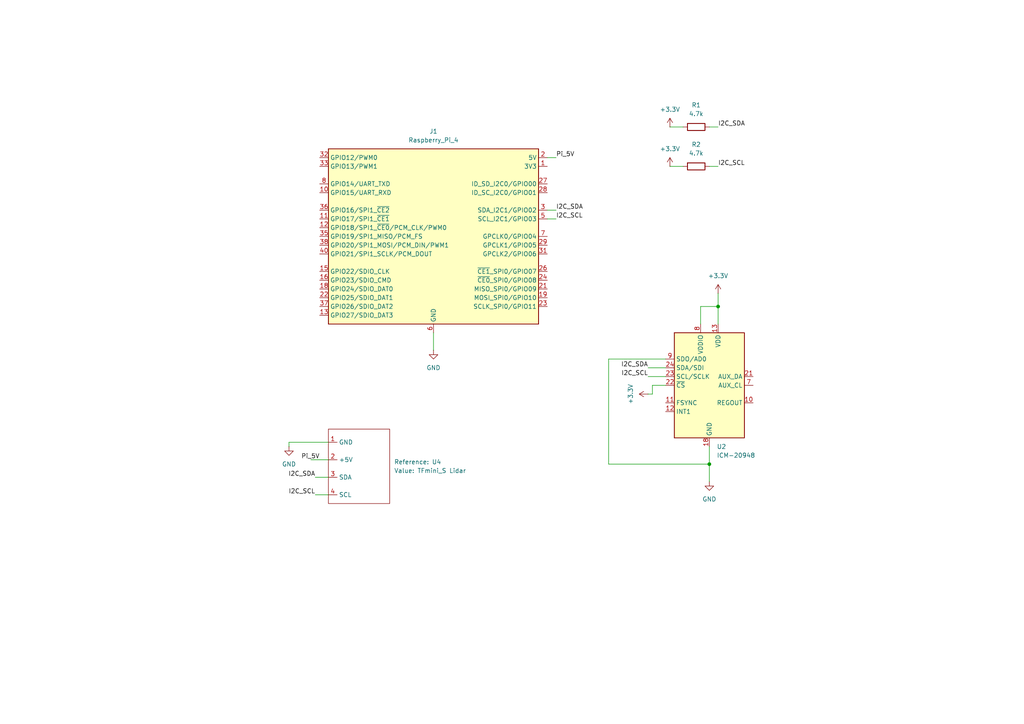
<source format=kicad_sch>
(kicad_sch (version 20250114) (generator "eeschema") (generator_version "9.0")
  (paper "A4")
  (title_block (title "SAVI I2C Sensor Bus (Pi + LiDAR + ICM-20948)"))
  (lib_symbols
    (symbol "Connector:Raspberry_Pi_4"
      (property "Reference" "J" (at -17.526 48.768 0))
      (property "Value" "Raspberry_Pi_4" (at 15.748 -26.416 0))
      (symbol "Raspberry_Pi_4_0_1"
        (rectangle (start -30.48 25.4) (end 30.48 -25.4) (stroke (width 0.254)) (fill (type background)))
      )
      (symbol "Raspberry_Pi_4_1_1"
        (pin bidirectional line (at -33.02 22.86 0) (length 2.54) (name "GPIO12/PWM0") (number "32"))
        (pin bidirectional line (at -33.02 20.32 0) (length 2.54) (name "GPIO13/PWM1") (number "33"))
        (pin bidirectional line (at -33.02 15.24 0) (length 2.54) (name "GPIO14/UART_TXD") (number "8"))
        (pin bidirectional line (at -33.02 12.7 0) (length 2.54) (name "GPIO15/UART_RXD") (number "10"))
        (pin bidirectional line (at -33.02 7.62 0) (length 2.54) (name "GPIO16/SPI1_~{CE2}") (number "36"))
        (pin bidirectional line (at -33.02 5.08 0) (length 2.54) (name "GPIO17/SPI1_~{CE1}") (number "11"))
        (pin bidirectional line (at -33.02 2.54 0) (length 2.54) (name "GPIO18/SPI1_~{CE0}/PCM_CLK/PWM0") (number "12"))
        (pin bidirectional line (at -33.02 0 0) (length 2.54) (name "GPIO19/SPI1_MISO/PCM_FS") (number "35"))
        (pin bidirectional line (at -33.02 -2.54 0) (length 2.54) (name "GPIO20/SPI1_MOSI/PCM_DIN/PWM1") (number "38"))
        (pin bidirectional line (at -33.02 -5.08 0) (length 2.54) (name "GPIO21/SPI1_SCLK/PCM_DOUT") (number "40"))
        (pin bidirectional line (at -33.02 -10.16 0) (length 2.54) (name "GPIO22/SDIO_CLK") (number "15"))
        (pin bidirectional line (at -33.02 -12.7 0) (length 2.54) (name "GPIO23/SDIO_CMD") (number "16"))
        (pin bidirectional line (at -33.02 -15.24 0) (length 2.54) (name "GPIO24/SDIO_DAT0") (number "18"))
        (pin bidirectional line (at -33.02 -17.78 0) (length 2.54) (name "GPIO25/SDIO_DAT1") (number "22"))
        (pin bidirectional line (at -33.02 -20.32 0) (length 2.54) (name "GPIO26/SDIO_DAT2") (number "37"))
        (pin bidirectional line (at -33.02 -22.86 0) (length 2.54) (name "GPIO27/SDIO_DAT3") (number "13"))
        (pin passive line (at 0 -27.94 90) (length 2.54) (hide yes) (name "GND") (number "14"))
        (pin passive line (at 0 -27.94 90) (length 2.54) (hide yes) (name "GND") (number "20"))
        (pin passive line (at 0 -27.94 90) (length 2.54) (hide yes) (name "GND") (number "25"))
        (pin passive line (at 0 -27.94 90) (length 2.54) (hide yes) (name "GND") (number "30"))
        (pin passive line (at 0 -27.94 90) (length 2.54) (hide yes) (name "GND") (number "34"))
        (pin passive line (at 0 -27.94 90) (length 2.54) (hide yes) (name "GND") (number "39"))
        (pin power_out line (at 0 -27.94 90) (length 2.54) (name "GND") (number "6"))
        (pin passive line (at 0 -27.94 90) (length 2.54) (hide yes) (name "GND") (number "9"))
        (pin power_out line (at 33.02 22.86 180) (length 2.54) (name "5V") (number "2"))
        (pin passive line (at 33.02 22.86 180) (length 2.54) (hide yes) (name "5V") (number "4"))
        (pin power_out line (at 33.02 20.32 180) (length 2.54) (name "3V3") (number "1"))
        (pin passive line (at 33.02 20.32 180) (length 2.54) (hide yes) (name "3V3") (number "17"))
        (pin bidirectional line (at 33.02 15.24 180) (length 2.54) (name "ID_SD_I2C0/GPIO00") (number "27"))
        (pin bidirectional line (at 33.02 12.7 180) (length 2.54) (name "ID_SC_I2C0/GPIO01") (number "28"))
        (pin bidirectional line (at 33.02 7.62 180) (length 2.54) (name "SDA_I2C1/GPIO02") (number "3"))
        (pin bidirectional line (at 33.02 5.08 180) (length 2.54) (name "SCL_I2C1/GPIO03") (number "5"))
        (pin bidirectional line (at 33.02 0 180) (length 2.54) (name "GPCLK0/GPIO04") (number "7"))
        (pin bidirectional line (at 33.02 -2.54 180) (length 2.54) (name "GPCLK1/GPIO05") (number "29"))
        (pin bidirectional line (at 33.02 -5.08 180) (length 2.54) (name "GPCLK2/GPIO06") (number "31"))
        (pin bidirectional line (at 33.02 -10.16 180) (length 2.54) (name "~{CE1}_SPI0/GPIO07") (number "26"))
        (pin bidirectional line (at 33.02 -12.7 180) (length 2.54) (name "~{CE0}_SPI0/GPIO08") (number "24"))
        (pin bidirectional line (at 33.02 -15.24 180) (length 2.54) (name "MISO_SPI0/GPIO09") (number "21"))
        (pin bidirectional line (at 33.02 -17.78 180) (length 2.54) (name "MOSI_SPI0/GPIO10") (number "19"))
        (pin bidirectional line (at 33.02 -20.32 180) (length 2.54) (name "SCLK_SPI0/GPIO11") (number "23"))
      )
    )
    (symbol "Device:R" (pin_numbers (hide yes)) (pin_names (offset 0))
      (property "Reference" "R" (at 2.032 0 90))
      (property "Value" "R" (at 0 0 90))
      (symbol "R_0_1"
        (rectangle (start -1.016 -2.54) (end 1.016 2.54) (stroke (width 0.254)))
      )
      (symbol "R_1_1"
        (pin passive line (at 0 3.81 270) (length 1.27) (name "~") (number "1"))
        (pin passive line (at 0 -3.81 90) (length 1.27) (name "~") (number "2"))
      )
    )
    (symbol "Sensor_Motion:ICM-20948"
      (property "Reference" "U" (at -11.43 16.51 0))
      (property "Value" "ICM-20948" (at 7.62 -16.51 0))
      (symbol "ICM-20948_0_1"
        (rectangle (start -10.16 15.24) (end 10.16 -15.24) (stroke (width 0.254)) (fill (type background)))
      )
      (symbol "ICM-20948_1_1"
        (pin bidirectional line (at -12.7 7.62 0) (length 2.54) (name "SDO/AD0") (number "9"))
        (pin bidirectional line (at -12.7 5.08 0) (length 2.54) (name "SDA/SDI") (number "24"))
        (pin input line (at -12.7 2.54 0) (length 2.54) (name "SCL/SCLK") (number "23"))
        (pin input line (at -12.7 0 0) (length 2.54) (name "~{CS}") (number "22"))
        (pin input line (at -12.7 -5.08 0) (length 2.54) (name "FSYNC") (number "11"))
        (pin output line (at -12.7 -7.62 0) (length 2.54) (name "INT1") (number "12"))
        (pin no_connect line (at -10.16 12.7 0) (length 2.54) (hide yes) (name "NC") (number "1"))
        (pin no_connect line (at -10.16 10.16 0) (length 2.54) (hide yes) (name "NC") (number "2"))
        (pin no_connect line (at -10.16 -2.54 0) (length 2.54) (hide yes) (name "NC") (number "3"))
        (pin no_connect line (at -10.16 -10.16 0) (length 2.54) (hide yes) (name "NC") (number "4"))
        (pin no_connect line (at -10.16 -12.7 0) (length 2.54) (hide yes) (name "NC") (number "5"))
        (pin power_in line (at -2.54 17.78 270) (length 2.54) (name "VDDIO") (number "8"))
        (pin power_in line (at 0 -17.78 90) (length 2.54) (name "GND") (number "18"))
        (pin passive line (at 0 -17.78 90) (length 2.54) (hide yes) (name "GND") (number "20"))
        (pin power_in line (at 2.54 17.78 270) (length 2.54) (name "VDD") (number "13"))
        (pin no_connect line (at 10.16 10.16 180) (length 2.54) (hide yes) (name "NC") (number "6"))
        (pin no_connect line (at 10.16 7.62 180) (length 2.54) (hide yes) (name "NC") (number "14"))
        (pin no_connect line (at 10.16 5.08 180) (length 2.54) (hide yes) (name "NC") (number "15"))
        (pin no_connect line (at 10.16 -7.62 180) (length 2.54) (hide yes) (name "NC") (number "16"))
        (pin no_connect line (at 10.16 -10.16 180) (length 2.54) (hide yes) (name "NC") (number "17"))
        (pin no_connect line (at 10.16 -12.7 180) (length 2.54) (hide yes) (name "RESV") (number "19"))
        (pin bidirectional line (at 12.7 2.54 180) (length 2.54) (name "AUX_DA") (number "21"))
        (pin output line (at 12.7 0 180) (length 2.54) (name "AUX_CL") (number "7"))
        (pin passive line (at 12.7 -5.08 180) (length 2.54) (name "REGOUT") (number "10"))
      )
    )
    (symbol "power:+3.3V" (power) (pin_numbers (hide yes)) (pin_names (offset 0) (hide yes))
      (property "Value" "+3.3V" (at 0 3.556 0))
      (symbol "+3.3V_0_1"
        (polyline (pts (xy -0.762 1.27) (xy 0 2.54)))
        (polyline (pts (xy 0 2.54) (xy 0.762 1.27)))
        (polyline (pts (xy 0 0) (xy 0 2.54)))
      )
      (symbol "+3.3V_1_1"
        (pin power_in line (at 0 0 90) (length 0) (name "~") (number "1"))
      )
    )
    (symbol "power:GND" (power) (pin_numbers (hide yes)) (pin_names (offset 0) (hide yes))
      (property "Value" "GND" (at 0 -3.81 0))
      (symbol "GND_0_1"
        (polyline (pts (xy 0 0) (xy 0 -1.27) (xy 1.27 -1.27) (xy 0 -2.54) (xy -1.27 -1.27) (xy 0 -1.27)))
      )
      (symbol "GND_1_1"
        (pin power_in line (at 0 0 270) (length 0) (name "~") (number "1"))
      )
    )
    (symbol "sensors:TFmini_S"
      (property "Reference" "U" (at 0 2.032 0) (show_name))
      (property "Value" "TFmini_S Lidar" (at 0.762 -0.508 0) (show_name))
      (symbol "TFmini_S_0_1"
        (rectangle (start -8.89 -2.54) (end 8.89 -24.13))
      )
      (symbol "TFmini_S_1_1"
        (pin power_in line (at -8.89 -6.35 0) (length 2.54) (name "GND") (number "1"))
        (pin power_in line (at -8.89 -11.43 0) (length 2.54) (name "+5V") (number "2"))
        (pin bidirectional line (at -8.89 -16.51 0) (length 2.54) (name "SDA") (number "3"))
        (pin bidirectional line (at -8.89 -21.59 0) (length 2.54) (name "SCL") (number "4"))
      )
    )
  )
  (junction (at 208.28 88.9))
  (junction (at 205.74 134.62))
  (wire (pts (xy 158.75 45.72) (xy 161.29 45.72)))
  (wire (pts (xy 125.73 96.52) (xy 125.73 101.6)))
  (wire (pts (xy 203.2 93.98) (xy 203.2 88.9)))
  (wire (pts (xy 194.31 48.26) (xy 198.12 48.26)))
  (wire (pts (xy 176.53 104.14) (xy 176.53 134.62)))
  (wire (pts (xy 189.23 111.76) (xy 189.23 114.3)))
  (wire (pts (xy 208.28 48.26) (xy 205.74 48.26)))
  (wire (pts (xy 187.96 106.68) (xy 193.04 106.68)))
  (wire (pts (xy 161.29 60.96) (xy 158.75 60.96)))
  (wire (pts (xy 205.74 129.54) (xy 205.74 134.62)))
  (wire (pts (xy 83.82 129.54) (xy 83.82 128.27)))
  (wire (pts (xy 203.2 88.9) (xy 208.28 88.9)))
  (wire (pts (xy 193.04 104.14) (xy 176.53 104.14)))
  (wire (pts (xy 90.17 133.35) (xy 95.25 133.35)))
  (wire (pts (xy 91.44 138.43) (xy 95.25 138.43)))
  (wire (pts (xy 161.29 63.5) (xy 158.75 63.5)))
  (wire (pts (xy 176.53 134.62) (xy 205.74 134.62)))
  (wire (pts (xy 208.28 36.83) (xy 205.74 36.83)))
  (wire (pts (xy 83.82 128.27) (xy 95.25 128.27)))
  (wire (pts (xy 91.44 143.51) (xy 95.25 143.51)))
  (wire (pts (xy 194.31 36.83) (xy 198.12 36.83)))
  (wire (pts (xy 208.28 88.9) (xy 208.28 85.09)))
  (wire (pts (xy 193.04 111.76) (xy 189.23 111.76)))
  (wire (pts (xy 189.23 114.3) (xy 187.96 114.3)))
  (wire (pts (xy 205.74 134.62) (xy 205.74 139.7)))
  (wire (pts (xy 187.96 109.22) (xy 193.04 109.22)))
  (wire (pts (xy 208.28 93.98) (xy 208.28 88.9)))
  (label "I2C_SCL" (at 187.96 109.22 180))
  (label "I2C_SCL" (at 91.44 143.51 180))
  (label "Pi_5V" (at 92.71 133.35 180))
  (label "I2C_SCL" (at 208.28 48.26 0))
  (label "Pi_5V" (at 161.29 45.72 0))
  (label "I2C_SDA" (at 91.44 138.43 180))
  (label "I2C_SDA" (at 187.96 106.68 180))
  (label "I2C_SCL" (at 161.29 63.5 0))
  (label "I2C_SDA" (at 208.28 36.83 0))
  (label "I2C_SDA" (at 161.29 60.96 0))
  (symbol (lib_id "Device:R") (at 201.93 48.26 270) (unit 1)
    (property "Reference" "R2" (at 201.93 41.91 90))
    (property "Value" "4.7k" (at 201.93 44.45 90))
    (property "Description" "Resistor" (effects (hide yes)))
  )
  (symbol (lib_id "Sensor_Motion:ICM-20948") (at 205.74 111.76 0) (unit 1)
    (property "Reference" "U2" (at 207.8833 129.54 0) (effects (justify left)))
    (property "Value" "ICM-20948" (at 207.8833 132.08 0) (effects (justify left)))
    (property "Footprint" "Sensor_Motion:InvenSense_QFN-24_3x3mm_P0.4mm" (effects (hide yes)))
    (property "Datasheet" "http://www.invensense.com/wp-content/uploads/2016/06/DS-000189-ICM-20948-v1.3.pdf" (effects (hide yes)))
    (property "Description" "InvenSense 9-Axis Motion Sensor, Accelerometer, Gyroscope, Compass, I2C/SPI, QFN-24" (effects (hide yes)))
  )
  (symbol (lib_id "power:GND") (at 83.82 129.54 0) (unit 1)
    (property "Reference" "#PWR05" (effects (hide yes)))
    (property "Value" "GND" (at 83.82 134.62 0))
    (property "Description" "Power symbol creates a global label with name \"GND\" , ground" (effects (hide yes)))
  )
  (symbol (lib_id "power:+3.3V") (at 194.31 48.26 0) (unit 1)
    (property "Reference" "#PWR02" (effects (hide yes)))
    (property "Value" "+3.3V" (at 194.31 43.18 0))
    (property "Description" "Power symbol creates a global label with name \"+3.3V\"" (effects (hide yes)))
  )
  (symbol (lib_id "power:GND") (at 205.74 139.7 0) (unit 1)
    (property "Reference" "#PWR04" (effects (hide yes)))
    (property "Value" "GND" (at 205.74 144.78 0))
    (property "Description" "Power symbol creates a global label with name \"GND\" , ground" (effects (hide yes)))
  )
  (symbol (lib_id "power:+3.3V") (at 194.31 36.83 0) (unit 1)
    (property "Reference" "#PWR01" (effects (hide yes)))
    (property "Value" "+3.3V" (at 194.31 31.75 0))
    (property "Description" "Power symbol creates a global label with name \"+3.3V\"" (effects (hide yes)))
  )
  (symbol (lib_id "power:GND") (at 125.73 101.6 0) (unit 1)
    (property "Reference" "#PWR07" (effects (hide yes)))
    (property "Value" "GND" (at 125.73 106.68 0))
    (property "Description" "Power symbol creates a global label with name \"GND\" , ground" (effects (hide yes)))
  )
  (symbol (lib_id "sensors:TFmini_S") (at 104.14 121.92 0) (unit 1)
    (property "Reference" "U4" (at 114.3 133.9849 0) (show_name yes) (effects (justify left)))
    (property "Value" "TFmini_S Lidar" (at 114.3 136.5249 0) (show_name yes) (effects (justify left)))
  )
  (symbol (lib_id "power:+3.3V") (at 187.96 114.3 90) (unit 1)
    (property "Reference" "#PWR06" (effects (hide yes)))
    (property "Value" "+3.3V" (at 182.88 114.3 0))
    (property "Description" "Power symbol creates a global label with name \"+3.3V\"" (effects (hide yes)))
  )
  (symbol (lib_id "Connector:Raspberry_Pi_4") (at 125.73 68.58 0) (unit 1)
    (property "Reference" "J1" (at 125.73 38.1 0))
    (property "Value" "Raspberry_Pi_4" (at 125.73 40.64 0))
    (property "Datasheet" "https://datasheets.raspberrypi.com/rpi4/raspberry-pi-4-datasheet.pdf" (effects (hide yes)))
    (property "Description" "Raspberry Pi 4 Model B" (effects (hide yes)))
  )
  (symbol (lib_id "Device:R") (at 201.93 36.83 270) (unit 1)
    (property "Reference" "R1" (at 201.93 30.48 90))
    (property "Value" "4.7k" (at 201.93 33.02 90))
    (property "Description" "Resistor" (effects (hide yes)))
  )
  (symbol (lib_id "power:+3.3V") (at 208.28 85.09 0) (unit 1)
    (property "Reference" "#PWR03" (effects (hide yes)))
    (property "Value" "+3.3V" (at 208.28 80.01 0))
    (property "Description" "Power symbol creates a global label with name \"+3.3V\"" (effects (hide yes)))
  )
)
</source>
